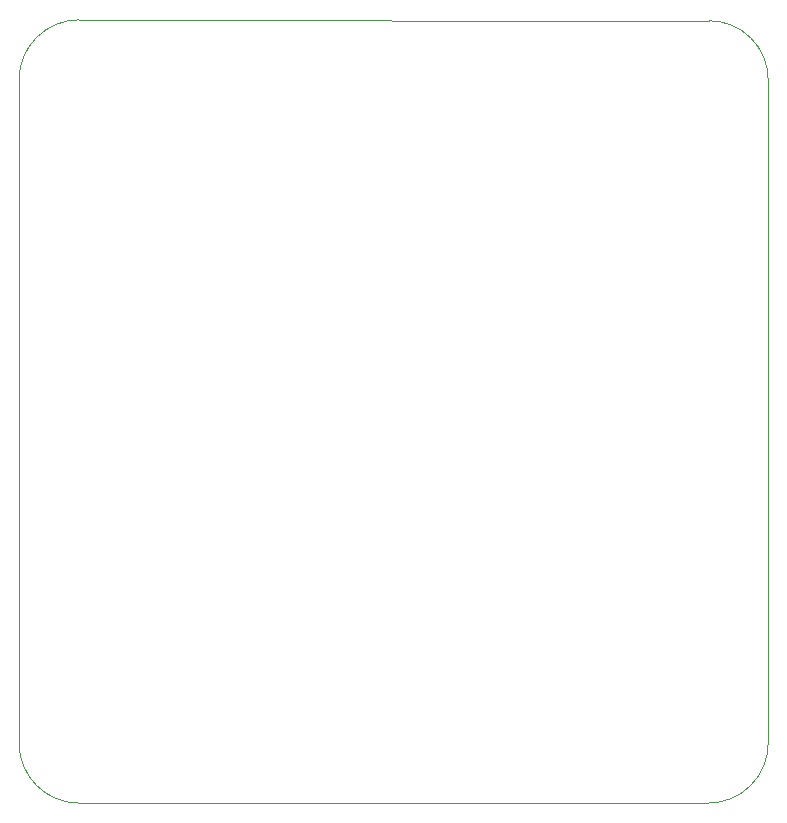
<source format=gm1>
%TF.GenerationSoftware,KiCad,Pcbnew,8.0.5+dfsg-1*%
%TF.CreationDate,2025-01-09T02:44:44+00:00*%
%TF.ProjectId,LTT,4c54542e-6b69-4636-9164-5f7063625858,rev?*%
%TF.SameCoordinates,Original*%
%TF.FileFunction,Profile,NP*%
%FSLAX46Y46*%
G04 Gerber Fmt 4.6, Leading zero omitted, Abs format (unit mm)*
G04 Created by KiCad (PCBNEW 8.0.5+dfsg-1) date 2025-01-09 02:44:44*
%MOMM*%
%LPD*%
G01*
G04 APERTURE LIST*
%TA.AperFunction,Profile*%
%ADD10C,0.050000*%
%TD*%
G04 APERTURE END LIST*
D10*
X175190000Y-81000000D02*
X175190000Y-137160000D01*
X170190000Y-76000000D02*
G75*
G02*
X175190000Y-81000000I0J-5000000D01*
G01*
X111760000Y-137160000D02*
X111760000Y-81000000D01*
X111760000Y-81000000D02*
G75*
G02*
X116840000Y-75920000I5080000J0D01*
G01*
X170110000Y-142240000D02*
X116840000Y-142240000D01*
X116840000Y-142240000D02*
G75*
G02*
X111760000Y-137160000I0J5080000D01*
G01*
X175190000Y-137160000D02*
G75*
G02*
X170110000Y-142240000I-5080000J0D01*
G01*
X170190000Y-76000000D02*
X116840000Y-75920000D01*
M02*

</source>
